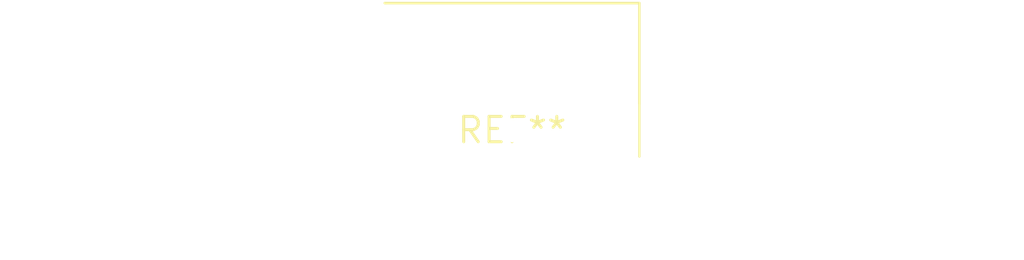
<source format=kicad_pcb>
(kicad_pcb (version 20240108) (generator pcbnew)
  (layers (0 "F.Cu" signal) (31 "B.Cu" signal) (34 "B.Paste" user) (35 "F.Paste" user) (36 "B.SilkS" user "B.Silkscreen") (37 "F.SilkS" user "F.Silkscreen") (38 "B.Mask" user) (39 "F.Mask" user) (44 "Edge.Cuts" user))
  (net 0 "")
  (footprint "R_Axial_Power_L48.0mm_W12.5mm_P7.62mm_Vertical" (layer "F.Cu") (at 0 0)
    (property "Reference" "REF**")
    (property "Value" "R_Axial_Power_L48.0mm_W12.5mm_P7.62mm_Vertical")
    (fp_line (start -6.37 -6.37) (end 6.37 -6.37) (layer "F.SilkS") (stroke (width 0.12)))
    (fp_line (start 6.37 -6.37) (end -6.37 -6.37) (layer "F.SilkS") (stroke (width 0.12)))
    (fp_line (start 6.37 -6.37) (end 6.37 1.32) (layer "F.SilkS") (stroke (width 0.12)))
    (fp_line (start 6.37 -1.32) (end 6.37 -6.37) (layer "F.SilkS") (stroke (width 0.12)))
    (pad "1" thru_hole circle (at 0 0) (size 2.4 2.4) (drill 1.2) (layers *.Cu *.Mask) (remove_unused_layers))
    (pad "2" thru_hole oval (at 7.62 0) (size 2.4 2.4) (drill 1.2) (layers *.Cu *.Mask) (remove_unused_layers))
  )
)
</source>
